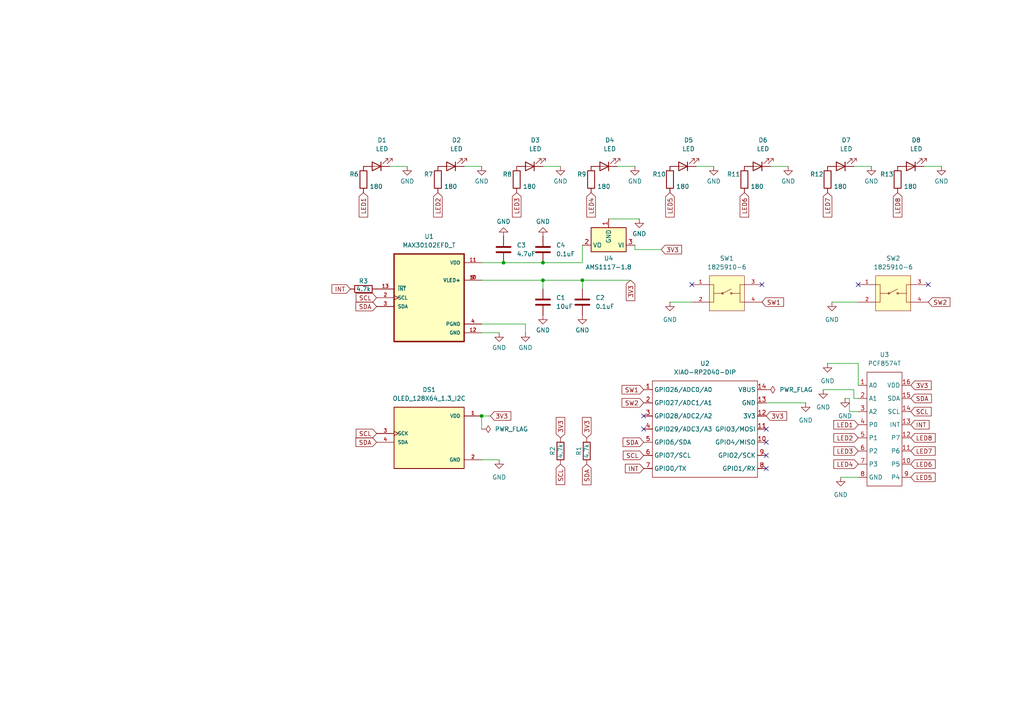
<source format=kicad_sch>
(kicad_sch (version 20250114) (generator "eeschema") (generator_version "9.0")
  (paper "A4")
  (lib_symbols
    (symbol "Device:C" (pin_numbers (hide yes)) (pin_names (offset 0.254))
      (property "Reference" "C" (at 0.635 2.54 0))
      (property "Value" "C" (at 0.635 -2.54 0))
      (symbol "C_0_1"
        (polyline (pts (xy -2.032 0.762) (xy 2.032 0.762)) (stroke (width 0.508)))
        (polyline (pts (xy -2.032 -0.762) (xy 2.032 -0.762)) (stroke (width 0.508)))
      )
      (symbol "C_1_1"
        (pin passive line (at 0 3.81 270) (length 2.794) (name "~") (number "1"))
        (pin passive line (at 0 -3.81 90) (length 2.794) (name "~") (number "2"))
      )
    )
    (symbol "Device:LED" (pin_numbers (hide yes)) (pin_names (offset 1.016) (hide yes))
      (property "Reference" "D" (at 0 2.54 0))
      (property "Value" "LED" (at 0 -2.54 0))
      (symbol "LED_0_1"
        (polyline (pts (xy -3.048 -0.762) (xy -4.572 -2.286) (xy -3.81 -2.286) (xy -4.572 -2.286) (xy -4.572 -1.524)))
        (polyline (pts (xy -1.778 -0.762) (xy -3.302 -2.286) (xy -2.54 -2.286) (xy -3.302 -2.286) (xy -3.302 -1.524)))
        (polyline (pts (xy -1.27 0) (xy 1.27 0)))
        (polyline (pts (xy -1.27 -1.27) (xy -1.27 1.27)) (stroke (width 0.254)))
        (polyline (pts (xy 1.27 -1.27) (xy 1.27 1.27) (xy -1.27 0) (xy 1.27 -1.27)) (stroke (width 0.254)))
      )
      (symbol "LED_1_1"
        (pin passive line (at -3.81 0 0) (length 2.54) (name "K") (number "1"))
        (pin passive line (at 3.81 0 180) (length 2.54) (name "A") (number "2"))
      )
    )
    (symbol "Device:R" (pin_numbers (hide yes)) (pin_names (offset 0))
      (property "Reference" "R" (at 2.032 0 90))
      (property "Value" "R" (at 0 0 90))
      (symbol "R_0_1"
        (rectangle (start -1.016 -2.54) (end 1.016 2.54) (stroke (width 0.254)))
      )
      (symbol "R_1_1"
        (pin passive line (at 0 3.81 270) (length 1.27) (name "~") (number "1"))
        (pin passive line (at 0 -3.81 90) (length 1.27) (name "~") (number "2"))
      )
    )
    (symbol "Regulator_Linear:AMS1117-1.8"
      (property "Reference" "U" (at -3.81 3.175 0))
      (property "Value" "AMS1117-1.8" (at 0 3.175 0))
      (symbol "AMS1117-1.8_0_1"
        (rectangle (start -5.08 -5.08) (end 5.08 1.905) (stroke (width 0.254)) (fill (type background)))
      )
      (symbol "AMS1117-1.8_1_1"
        (pin power_in line (at -7.62 0 0) (length 2.54) (name "VI") (number "3"))
        (pin power_in line (at 0 -7.62 90) (length 2.54) (name "GND") (number "1"))
        (pin power_out line (at 7.62 0 180) (length 2.54) (name "VO") (number "2"))
      )
    )
    (symbol "Seeed_Studio_XIAO_Series:XIAO-RP2040-DIP"
      (property "Reference" "U" (at 0 0 0))
      (property "Value" "XIAO-RP2040-DIP" (at 5.334 -1.778 0))
      (symbol "XIAO-RP2040-DIP_1_0"
        (polyline (pts (xy -1.27 -2.54) (xy 29.21 -2.54)) (stroke (width 0.1524)))
        (polyline (pts (xy -1.27 -5.08) (xy -2.54 -5.08)) (stroke (width 0.1524)))
        (polyline (pts (xy -1.27 -5.08) (xy -1.27 -2.54)) (stroke (width 0.1524)))
        (polyline (pts (xy -1.27 -8.89) (xy -2.54 -8.89)) (stroke (width 0.1524)))
        (polyline (pts (xy -1.27 -8.89) (xy -1.27 -5.08)) (stroke (width 0.1524)))
        (polyline (pts (xy -1.27 -12.7) (xy -2.54 -12.7)) (stroke (width 0.1524)))
        (polyline (pts (xy -1.27 -12.7) (xy -1.27 -8.89)) (stroke (width 0.1524)))
        (polyline (pts (xy -1.27 -16.51) (xy -2.54 -16.51)) (stroke (width 0.1524)))
        (polyline (pts (xy -1.27 -16.51) (xy -1.27 -12.7)) (stroke (width 0.1524)))
        (polyline (pts (xy -1.27 -20.32) (xy -2.54 -20.32)) (stroke (width 0.1524)))
        (polyline (pts (xy -1.27 -24.13) (xy -2.54 -24.13)) (stroke (width 0.1524)))
        (polyline (pts (xy -1.27 -27.94) (xy -2.54 -27.94)) (stroke (width 0.1524)))
        (polyline (pts (xy -1.27 -30.48) (xy -1.27 -16.51)) (stroke (width 0.1524)))
        (polyline (pts (xy 29.21 -2.54) (xy 29.21 -5.08)) (stroke (width 0.1524)))
        (polyline (pts (xy 29.21 -5.08) (xy 29.21 -8.89)) (stroke (width 0.1524)))
        (polyline (pts (xy 29.21 -8.89) (xy 29.21 -12.7)) (stroke (width 0.1524)))
        (polyline (pts (xy 29.21 -12.7) (xy 29.21 -30.48)) (stroke (width 0.1524)))
        (polyline (pts (xy 29.21 -30.48) (xy -1.27 -30.48)) (stroke (width 0.1524)))
        (polyline (pts (xy 30.48 -5.08) (xy 29.21 -5.08)) (stroke (width 0.1524)))
        (polyline (pts (xy 30.48 -8.89) (xy 29.21 -8.89)) (stroke (width 0.1524)))
        (polyline (pts (xy 30.48 -12.7) (xy 29.21 -12.7)) (stroke (width 0.1524)))
        (polyline (pts (xy 30.48 -16.51) (xy 29.21 -16.51)) (stroke (width 0.1524)))
        (polyline (pts (xy 30.48 -20.32) (xy 29.21 -20.32)) (stroke (width 0.1524)))
        (polyline (pts (xy 30.48 -24.13) (xy 29.21 -24.13)) (stroke (width 0.1524)))
        (polyline (pts (xy 30.48 -27.94) (xy 29.21 -27.94)) (stroke (width 0.1524)))
        (pin passive line (at -3.81 -5.08 0) (length 2.54) (name "GPIO26/ADC0/A0") (number "1"))
        (pin passive line (at -3.81 -8.89 0) (length 2.54) (name "GPIO27/ADC1/A1") (number "2"))
        (pin passive line (at -3.81 -12.7 0) (length 2.54) (name "GPIO28/ADC2/A2") (number "3"))
        (pin passive line (at -3.81 -16.51 0) (length 2.54) (name "GPIO29/ADC3/A3") (number "4"))
        (pin passive line (at -3.81 -20.32 0) (length 2.54) (name "GPIO6/SDA") (number "5"))
        (pin passive line (at -3.81 -24.13 0) (length 2.54) (name "GPIO7/SCL") (number "6"))
        (pin passive line (at -3.81 -27.94 0) (length 2.54) (name "GPIO0/TX") (number "7"))
        (pin passive line (at 31.75 -5.08 180) (length 2.54) (name "VBUS") (number "14"))
        (pin passive line (at 31.75 -8.89 180) (length 2.54) (name "GND") (number "13"))
        (pin passive line (at 31.75 -12.7 180) (length 2.54) (name "3V3") (number "12"))
        (pin passive line (at 31.75 -16.51 180) (length 2.54) (name "GPIO3/MOSI") (number "11"))
        (pin passive line (at 31.75 -20.32 180) (length 2.54) (name "GPIO4/MISO") (number "10"))
        (pin passive line (at 31.75 -24.13 180) (length 2.54) (name "GPIO2/SCK") (number "9"))
        (pin passive line (at 31.75 -27.94 180) (length 2.54) (name "GPIO1/RX") (number "8"))
      )
    )
    (symbol "button:1825910-6" (pin_names (offset 1.016))
      (property "Reference" "SW" (at -5.0897 5.8532 0))
      (property "Value" "1825910-6" (at -5.0883 -7.6325 0))
      (symbol "1825910-6_0_0"
        (polyline (pts (xy -5.08 2.54) (xy -3.81 2.54)) (stroke (width 0.127)))
        (rectangle (start -5.08 -5.08) (end 5.08 5.08) (stroke (width 0.127)) (fill (type background)))
        (polyline (pts (xy -3.81 2.54) (xy -3.81 0)) (stroke (width 0.127)))
        (polyline (pts (xy -3.81 0) (xy -3.81 -2.54)) (stroke (width 0.127)))
        (polyline (pts (xy -3.81 0) (xy -1.27 0)) (stroke (width 0.127)))
        (polyline (pts (xy -3.81 -2.54) (xy -5.08 -2.54)) (stroke (width 0.127)))
        (circle (center -1.27 0) (radius 0.254) (stroke (width 0.127)))
        (polyline (pts (xy -1.27 0) (xy 1.27 1.27)) (stroke (width 0.127)))
        (polyline (pts (xy 1.27 0) (xy 3.81 0)) (stroke (width 0.127)))
        (circle (center 1.27 0) (radius 0.254) (stroke (width 0.127)))
        (polyline (pts (xy 3.81 2.54) (xy 5.08 2.54)) (stroke (width 0.127)))
        (polyline (pts (xy 3.81 0) (xy 3.81 2.54)) (stroke (width 0.127)))
        (polyline (pts (xy 3.81 0) (xy 3.81 -2.54)) (stroke (width 0.127)))
        (polyline (pts (xy 3.81 -2.54) (xy 5.08 -2.54)) (stroke (width 0.127)))
        (pin passive line (at -10.16 2.54 0) (length 5.08) (name "~") (number "1"))
        (pin passive line (at -10.16 -2.54 0) (length 5.08) (name "~") (number "2"))
        (pin passive line (at 10.16 2.54 180) (length 5.08) (name "~") (number "3"))
        (pin passive line (at 10.16 -2.54 180) (length 5.08) (name "~") (number "4"))
      )
    )
    (symbol "custom symbols:PCF8574_02_PHILIPS_IO_expander_i2c"
      (property "Reference" "U" (at -1.016 1.778 0))
      (property "Value" "PCF8574T" (at -1.016 -0.508 0))
      (symbol "PCF8574_02_PHILIPS_IO_expander_i2c_0_1"
        (rectangle (start -6.35 -2.54) (end 3.81 -35.56))
      )
      (symbol "PCF8574_02_PHILIPS_IO_expander_i2c_1_1"
        (pin input line (at -8.89 -6.35 0) (length 2.54) (name "A0") (number "1"))
        (pin input line (at -8.89 -10.16 0) (length 2.54) (name "A1") (number "2"))
        (pin input line (at -8.89 -13.97 0) (length 2.54) (name "A2") (number "3"))
        (pin bidirectional line (at -8.89 -17.78 0) (length 2.54) (name "P0") (number "4"))
        (pin bidirectional line (at -8.89 -21.59 0) (length 2.54) (name "P1") (number "5"))
        (pin bidirectional line (at -8.89 -25.4 0) (length 2.54) (name "P2") (number "6"))
        (pin bidirectional line (at -8.89 -29.21 0) (length 2.54) (name "P3") (number "7"))
        (pin power_in line (at -8.89 -33.02 0) (length 2.54) (name "GND") (number "8"))
        (pin power_in line (at 6.35 -6.35 180) (length 2.54) (name "VDD") (number "16"))
        (pin bidirectional line (at 6.35 -10.16 180) (length 2.54) (name "SDA") (number "15"))
        (pin bidirectional line (at 6.35 -13.97 180) (length 2.54) (name "SCL") (number "14"))
        (pin output line (at 6.35 -17.78 180) (length 2.54) (name "INT") (number "13"))
        (pin bidirectional line (at 6.35 -21.59 180) (length 2.54) (name "P7") (number "12"))
        (pin bidirectional line (at 6.35 -25.4 180) (length 2.54) (name "P6") (number "11"))
        (pin bidirectional line (at 6.35 -29.21 180) (length 2.54) (name "P5") (number "10"))
        (pin bidirectional line (at 6.35 -33.02 180) (length 2.54) (name "P4") (number "9"))
      )
    )
    (symbol "heartsensor:MAX30102EFD_T" (pin_names (offset 1.016))
      (property "Reference" "U" (at -10.16 13.7 0))
      (property "Value" "MAX30102EFD_T" (at -10.16 -16.7 0))
      (symbol "MAX30102EFD_T_0_0"
        (rectangle (start -10.16 -12.7) (end 10.16 12.7) (stroke (width 0.41)) (fill (type background)))
        (pin input line (at -15.24 2.54 0) (length 5.08) (name "~{INT}") (number "13"))
        (pin input clock (at -15.24 0 0) (length 5.08) (name "SCL") (number "2"))
        (pin bidirectional line (at -15.24 -2.54 0) (length 5.08) (name "SDA") (number "3"))
        (pin power_in line (at 15.24 10.16 180) (length 5.08) (name "VDD") (number "11"))
        (pin power_in line (at 15.24 5.08 180) (length 5.08) (name "VLED+") (number "10"))
        (pin power_in line (at 15.24 5.08 180) (length 5.08) (name "VLED+") (number "9"))
        (pin power_in line (at 15.24 -7.62 180) (length 5.08) (name "PGND") (number "4"))
        (pin power_in line (at 15.24 -10.16 180) (length 5.08) (name "GND") (number "12"))
      )
    )
    (symbol "oled:OLED_128X64_1.3_I2C" (pin_names (offset 1.016))
      (property "Reference" "DS" (at -10.16 10.922 0))
      (property "Value" "OLED_128X64_1.3_I2C" (at -10.16 -10.16 0))
      (symbol "OLED_128X64_1.3_I2C_0_0"
        (rectangle (start -10.16 -7.62) (end 10.16 10.16) (stroke (width 0.254)) (fill (type background)))
        (pin input clock (at -15.24 2.54 0) (length 5.08) (name "SCK") (number "3"))
        (pin bidirectional line (at -15.24 0 0) (length 5.08) (name "SDA") (number "4"))
        (pin power_in line (at 15.24 7.62 180) (length 5.08) (name "VDD") (number "1"))
        (pin power_in line (at 15.24 -5.08 180) (length 5.08) (name "GND") (number "2"))
      )
    )
    (symbol "power:GND" (power) (pin_numbers (hide yes)) (pin_names (offset 0) (hide yes))
      (property "Value" "GND" (at 0 -3.81 0))
      (symbol "GND_0_1"
        (polyline (pts (xy 0 0) (xy 0 -1.27) (xy 1.27 -1.27) (xy 0 -2.54) (xy -1.27 -1.27) (xy 0 -1.27)))
      )
      (symbol "GND_1_1"
        (pin power_in line (at 0 0 270) (length 0) (name "~") (number "1"))
      )
    )
    (symbol "power:PWR_FLAG" (power) (pin_numbers (hide yes)) (pin_names (offset 0) (hide yes))
      (property "Value" "PWR_FLAG" (at 0 3.81 0))
      (symbol "PWR_FLAG_0_0"
        (pin power_out line (at 0 0 90) (length 0) (name "~") (number "1"))
      )
      (symbol "PWR_FLAG_0_1"
        (polyline (pts (xy 0 0) (xy 0 1.27) (xy -1.016 1.905) (xy 0 2.54) (xy 1.016 1.905) (xy 0 1.27)))
      )
    )
  )
  (junction (at 168.91 81.28))
  (junction (at 157.48 76.2))
  (junction (at 157.48 81.28))
  (junction (at 146.05 76.2))
  (junction (at 139.7 120.65))
  (no_connect (at 222.25 128.27))
  (no_connect (at 186.69 120.65))
  (no_connect (at 222.25 132.08))
  (no_connect (at 222.25 124.46))
  (no_connect (at 222.25 135.89))
  (no_connect (at 269.24 82.55))
  (no_connect (at 220.98 82.55))
  (no_connect (at 186.69 124.46))
  (no_connect (at 248.92 82.55))
  (no_connect (at 200.66 82.55))
  (wire (pts (xy 152.4 93.98) (xy 152.4 96.52)))
  (wire (pts (xy 113.03 48.26) (xy 118.11 48.26)))
  (wire (pts (xy 246.38 115.57) (xy 245.11 115.57)))
  (wire (pts (xy 142.24 120.65) (xy 139.7 120.65)))
  (wire (pts (xy 248.92 105.41) (xy 240.03 105.41)))
  (wire (pts (xy 248.92 119.38) (xy 246.38 119.38)))
  (wire (pts (xy 241.3 87.63) (xy 248.92 87.63)))
  (wire (pts (xy 246.38 119.38) (xy 246.38 115.57)))
  (wire (pts (xy 248.92 111.76) (xy 248.92 105.41)))
  (wire (pts (xy 194.31 87.63) (xy 200.66 87.63)))
  (wire (pts (xy 223.52 48.26) (xy 228.6 48.26)))
  (wire (pts (xy 247.65 113.03) (xy 238.76 113.03)))
  (wire (pts (xy 168.91 71.12) (xy 168.91 76.2)))
  (wire (pts (xy 139.7 120.65) (xy 139.7 124.46)))
  (wire (pts (xy 247.65 48.26) (xy 252.73 48.26)))
  (wire (pts (xy 139.7 96.52) (xy 144.78 96.52)))
  (wire (pts (xy 168.91 76.2) (xy 157.48 76.2)))
  (wire (pts (xy 179.07 48.26) (xy 184.15 48.26)))
  (wire (pts (xy 267.97 48.26) (xy 273.05 48.26)))
  (wire (pts (xy 139.7 76.2) (xy 146.05 76.2)))
  (wire (pts (xy 184.15 72.39) (xy 184.15 71.12)))
  (wire (pts (xy 134.62 48.26) (xy 139.7 48.26)))
  (wire (pts (xy 168.91 81.28) (xy 182.88 81.28)))
  (wire (pts (xy 157.48 48.26) (xy 162.56 48.26)))
  (wire (pts (xy 201.93 48.26) (xy 207.01 48.26)))
  (wire (pts (xy 168.91 81.28) (xy 168.91 83.82)))
  (wire (pts (xy 146.05 76.2) (xy 157.48 76.2)))
  (wire (pts (xy 247.65 115.57) (xy 247.65 113.03)))
  (wire (pts (xy 243.84 138.43) (xy 248.92 138.43)))
  (wire (pts (xy 157.48 81.28) (xy 168.91 81.28)))
  (wire (pts (xy 139.7 93.98) (xy 152.4 93.98)))
  (wire (pts (xy 176.53 63.5) (xy 185.42 63.5)))
  (wire (pts (xy 157.48 83.82) (xy 157.48 81.28)))
  (wire (pts (xy 139.7 81.28) (xy 157.48 81.28)))
  (wire (pts (xy 248.92 115.57) (xy 247.65 115.57)))
  (wire (pts (xy 222.25 116.84) (xy 233.68 116.84)))
  (wire (pts (xy 139.7 133.35) (xy 144.78 133.35)))
  (wire (pts (xy 191.77 72.39) (xy 184.15 72.39)))
  (global_label "LED2" (shape input) (at 248.92 127 180) (property "Intersheetrefs" "${INTERSHEET_REFS}" (effects (hide yes))))
  (global_label "LED4" (shape input) (at 248.92 134.62 180) (property "Intersheetrefs" "${INTERSHEET_REFS}" (effects (hide yes))))
  (global_label "LED8" (shape input) (at 260.35 55.88 270) (property "Intersheetrefs" "${INTERSHEET_REFS}" (effects (hide yes))))
  (global_label "INT" (shape input) (at 186.69 135.89 180) (property "Intersheetrefs" "${INTERSHEET_REFS}" (effects (hide yes))))
  (global_label "LED5" (shape input) (at 194.31 55.88 270) (property "Intersheetrefs" "${INTERSHEET_REFS}" (effects (hide yes))))
  (global_label "SDA" (shape input) (at 170.18 134.62 270) (property "Intersheetrefs" "${INTERSHEET_REFS}" (effects (hide yes))))
  (global_label "SDA" (shape input) (at 186.69 128.27 180) (property "Intersheetrefs" "${INTERSHEET_REFS}" (effects (hide yes))))
  (global_label "3V3" (shape input) (at 264.16 111.76 0) (property "Intersheetrefs" "${INTERSHEET_REFS}" (effects (hide yes))))
  (global_label "3V3" (shape input) (at 191.77 72.39 0) (property "Intersheetrefs" "${INTERSHEET_REFS}" (effects (hide yes))))
  (global_label "INT" (shape input) (at 264.16 123.19 0) (property "Intersheetrefs" "${INTERSHEET_REFS}" (effects (hide yes))))
  (global_label "SDA" (shape input) (at 264.16 115.57 0) (property "Intersheetrefs" "${INTERSHEET_REFS}" (effects (hide yes))))
  (global_label "LED5" (shape input) (at 264.16 138.43 0) (property "Intersheetrefs" "${INTERSHEET_REFS}" (effects (hide yes))))
  (global_label "SCL" (shape input) (at 109.22 125.73 180) (property "Intersheetrefs" "${INTERSHEET_REFS}" (effects (hide yes))))
  (global_label "LED6" (shape input) (at 264.16 134.62 0) (property "Intersheetrefs" "${INTERSHEET_REFS}" (effects (hide yes))))
  (global_label "SDA" (shape input) (at 109.22 128.27 180) (property "Intersheetrefs" "${INTERSHEET_REFS}" (effects (hide yes))))
  (global_label "LED4" (shape input) (at 171.45 55.88 270) (property "Intersheetrefs" "${INTERSHEET_REFS}" (effects (hide yes))))
  (global_label "3V3" (shape input) (at 182.88 81.28 270) (property "Intersheetrefs" "${INTERSHEET_REFS}" (effects (hide yes))))
  (global_label "INT" (shape input) (at 101.6 83.82 180) (property "Intersheetrefs" "${INTERSHEET_REFS}" (effects (hide yes))))
  (global_label "LED2" (shape input) (at 127 55.88 270) (property "Intersheetrefs" "${INTERSHEET_REFS}" (effects (hide yes))))
  (global_label "LED8" (shape input) (at 264.16 127 0) (property "Intersheetrefs" "${INTERSHEET_REFS}" (effects (hide yes))))
  (global_label "SCL" (shape input) (at 109.22 86.36 180) (property "Intersheetrefs" "${INTERSHEET_REFS}" (effects (hide yes))))
  (global_label "3V3" (shape input) (at 170.18 127 90) (property "Intersheetrefs" "${INTERSHEET_REFS}" (effects (hide yes))))
  (global_label "LED7" (shape input) (at 264.16 130.81 0) (property "Intersheetrefs" "${INTERSHEET_REFS}" (effects (hide yes))))
  (global_label "LED1" (shape input) (at 248.92 123.19 180) (property "Intersheetrefs" "${INTERSHEET_REFS}" (effects (hide yes))))
  (global_label "3V3" (shape input) (at 162.56 127 90) (property "Intersheetrefs" "${INTERSHEET_REFS}" (effects (hide yes))))
  (global_label "LED3" (shape input) (at 248.92 130.81 180) (property "Intersheetrefs" "${INTERSHEET_REFS}" (effects (hide yes))))
  (global_label "SW1" (shape input) (at 220.98 87.63 0) (property "Intersheetrefs" "${INTERSHEET_REFS}" (effects (hide yes))))
  (global_label "SDA" (shape input) (at 109.22 88.9 180) (property "Intersheetrefs" "${INTERSHEET_REFS}" (effects (hide yes))))
  (global_label "SCL" (shape input) (at 264.16 119.38 0) (property "Intersheetrefs" "${INTERSHEET_REFS}" (effects (hide yes))))
  (global_label "LED6" (shape input) (at 215.9 55.88 270) (property "Intersheetrefs" "${INTERSHEET_REFS}" (effects (hide yes))))
  (global_label "LED7" (shape input) (at 240.03 55.88 270) (property "Intersheetrefs" "${INTERSHEET_REFS}" (effects (hide yes))))
  (global_label "LED1" (shape input) (at 105.41 55.88 270) (property "Intersheetrefs" "${INTERSHEET_REFS}" (effects (hide yes))))
  (global_label "3V3" (shape input) (at 142.24 120.65 0) (property "Intersheetrefs" "${INTERSHEET_REFS}" (effects (hide yes))))
  (global_label "SCL" (shape input) (at 162.56 134.62 270) (property "Intersheetrefs" "${INTERSHEET_REFS}" (effects (hide yes))))
  (global_label "SW1" (shape input) (at 186.69 113.03 180) (property "Intersheetrefs" "${INTERSHEET_REFS}" (effects (hide yes))))
  (global_label "SW2" (shape input) (at 269.24 87.63 0) (property "Intersheetrefs" "${INTERSHEET_REFS}" (effects (hide yes))))
  (global_label "SW2" (shape input) (at 186.69 116.84 180) (property "Intersheetrefs" "${INTERSHEET_REFS}" (effects (hide yes))))
  (global_label "3V3" (shape input) (at 222.25 120.65 0) (property "Intersheetrefs" "${INTERSHEET_REFS}" (effects (hide yes))))
  (global_label "SCL" (shape input) (at 186.69 132.08 180) (property "Intersheetrefs" "${INTERSHEET_REFS}" (effects (hide yes))))
  (global_label "LED3" (shape input) (at 149.86 55.88 270) (property "Intersheetrefs" "${INTERSHEET_REFS}" (effects (hide yes))))
  (symbol (lib_id "power:PWR_FLAG") (at 139.7 124.46 270) (unit 1)
    (property "Reference" "#FLG02" (effects (hide yes)))
    (property "Value" "PWR_FLAG" (at 143.51 124.4599 90) (effects (justify left)))
    (property "Description" "Special symbol for telling ERC where power comes from" (effects (hide yes)))
  )
  (symbol (lib_id "power:GND") (at 233.68 116.84 0) (unit 1)
    (property "Reference" "#PWR03" (effects (hide yes)))
    (property "Value" "GND" (at 233.68 121.92 0))
    (property "Description" "Power symbol creates a global label with name \"GND\" , ground" (effects (hide yes)))
  )
  (symbol (lib_id "custom symbols:PCF8574_02_PHILIPS_IO_expander_i2c") (at 257.81 105.41 0) (unit 1)
    (property "Reference" "U3" (at 256.54 102.87 0))
    (property "Value" "PCF8574T" (at 256.54 105.41 0))
    (property "Footprint" "Package_SO:SOIC-16W_7.5x10.3mm_P1.27mm" (effects (hide yes)))
    (property "Datasheet" "kicad-embed://PCF8574 datasheet.PDF" (effects (hide yes)))
  )
  (symbol (lib_id "Device:LED") (at 130.81 48.26 180) (unit 1)
    (property "Reference" "D2" (at 132.3975 40.64 0))
    (property "Value" "LED" (at 132.3975 43.18 0))
    (property "Footprint" "LED_THT:LED_D3.0mm_Clear" (effects (hide yes)))
    (property "Description" "Light emitting diode" (effects (hide yes)))
    (property "Sim.Pins" "1=K 2=A" (effects (hide yes)))
  )
  (symbol (lib_id "heartsensor:MAX30102EFD_T") (at 124.46 86.36 0) (unit 1)
    (property "Reference" "U1" (at 124.46 68.58 0))
    (property "Value" "MAX30102EFD_T" (at 124.46 71.12 0))
    (property "Footprint" "heartsensor:XDCR_MAX30101EFD_" (effects (hide yes)))
    (property "MF" "Analog Devices" (effects (hide yes)))
    (property "DESCRIPTION" "Max30102efd+t" (effects (hide yes)))
    (property "PACKAGE" "OLGA-14 Maxim" (effects (hide yes)))
    (property "PRICE" "None" (effects (hide yes)))
    (property "Package" "OLGA-14 Maxim" (effects (hide yes)))
    (property "Check_prices" "https://www.snapeda.com/parts/MAX30102EFD+T/Analog+Devices/view-part/?ref=eda" (effects (hide yes)))
    (property "Price" "None" (effects (hide yes)))
    (property "SnapEDA_Link" "https://www.snapeda.com/parts/MAX30102EFD+T/Analog+Devices/view-part/?ref=snap" (effects (hide yes)))
    (property "MP" "MAX30102EFD+T" (effects (hide yes)))
    (property "Availability" "In Stock" (effects (hide yes)))
    (property "AVAILABILITY" "Unavailable" (effects (hide yes)))
    (property "Description_1" "High-Sensitivity Pulse Oximeter and Heart-Rate Sensor for Wearable Health" (effects (hide yes)))
  )
  (symbol (lib_id "Device:R") (at 170.18 130.81 180) (unit 1)
    (property "Reference" "R1" (at 167.894 130.81 90))
    (property "Value" "4.7k" (at 170.18 130.81 90))
    (property "Footprint" "Resistor_THT:R_Axial_DIN0204_L3.6mm_D1.6mm_P5.08mm_Horizontal" (effects (hide yes)))
    (property "Description" "Resistor" (effects (hide yes)))
  )
  (symbol (lib_id "oled:OLED_128X64_1.3_I2C") (at 124.46 128.27 0) (unit 1)
    (property "Reference" "DS1" (at 124.46 113.03 0))
    (property "Value" "OLED_128X64_1.3_I2C" (at 124.46 115.57 0))
    (property "Footprint" "heartsensor:LCD_OLED_128X64_1.3_I2C" (effects (hide yes)))
    (property "MF" "UNIVERSAL-SOLDER Electronics Ltd" (effects (hide yes)))
    (property "Description_1" "Non-Touch Graphic LCD Display Module Transmissive White OLED, Monochrome I2C 1.3 (33.02mm) 128 x 64" (effects (hide yes)))
    (property "Package" "None" (effects (hide yes)))
    (property "Price" "None" (effects (hide yes)))
    (property "Check_prices" "https://www.snapeda.com/parts/OLED%20128x64%201.3%22%20I2C/UNIVERSAL-SOLDER+Electronics+Ltd/view-part/?ref=eda" (effects (hide yes)))
    (property "STANDARD" "Manufacturer Recommendations" (effects (hide yes)))
    (property "PARTREV" "NA" (effects (hide yes)))
    (property "SnapEDA_Link" "https://www.snapeda.com/parts/OLED%20128x64%201.3%22%20I2C/UNIVERSAL-SOLDER+Electronics+Ltd/view-part/?ref=snap" (effects (hide yes)))
    (property "MP" "OLED 128x64 1.3&quot; I2C" (effects (hide yes)))
    (property "Availability" "Not in stock" (effects (hide yes)))
    (property "MANUFACTURER" "UNIVERSAL-SOLDER Electronics Ltd" (effects (hide yes)))
  )
  (symbol (lib_id "power:GND") (at 194.31 87.63 0) (unit 1)
    (property "Reference" "#PWR018" (effects (hide yes)))
    (property "Value" "GND" (at 194.31 92.71 0))
    (property "Description" "Power symbol creates a global label with name \"GND\" , ground" (effects (hide yes)))
  )
  (symbol (lib_id "power:GND") (at 139.7 48.26 0) (unit 1)
    (property "Reference" "#PWR011" (effects (hide yes)))
    (property "Value" "GND" (at 139.7 52.578 0))
    (property "Description" "Power symbol creates a global label with name \"GND\" , ground" (effects (hide yes)))
  )
  (symbol (lib_id "Device:LED") (at 153.67 48.26 180) (unit 1)
    (property "Reference" "D3" (at 155.2575 40.64 0))
    (property "Value" "LED" (at 155.2575 43.18 0))
    (property "Footprint" "LED_THT:LED_D3.0mm_Clear" (effects (hide yes)))
    (property "Description" "Light emitting diode" (effects (hide yes)))
    (property "Sim.Pins" "1=K 2=A" (effects (hide yes)))
  )
  (symbol (lib_id "button:1825910-6") (at 210.82 85.09 0) (unit 1)
    (property "Reference" "SW1" (at 210.82 74.93 0))
    (property "Value" "1825910-6" (at 210.82 77.47 0))
    (property "Footprint" "heartsensor:SW_1825910-6-4" (effects (hide yes)))
    (property "Comment" "1825910-6" (effects (hide yes)))
    (property "MF" "TE Connectivity" (effects (hide yes)))
    (property "Description_1" "Switch Push Button OFF (ON) SPST Round Button 0.05A 24VDC Momentary Contact PC Pins Thru-Hole" (effects (hide yes)))
    (property "Package" "None" (effects (hide yes)))
    (property "Price" "None" (effects (hide yes)))
    (property "Check_prices" "https://www.snapeda.com/parts/1825910-6/TE+Connectivity+ALCOSWITCH+Switches/view-part/?ref=eda" (effects (hide yes)))
    (property "STANDARD" "Manufacturer Recommendations" (effects (hide yes)))
    (property "PARTREV" "C10" (effects (hide yes)))
    (property "SnapEDA_Link" "https://www.snapeda.com/parts/1825910-6/TE+Connectivity+ALCOSWITCH+Switches/view-part/?ref=snap" (effects (hide yes)))
    (property "MP" "1825910-6" (effects (hide yes)))
    (property "Availability" "In Stock" (effects (hide yes)))
    (property "MANUFACTURER" "TE CONNECTIVITY" (effects (hide yes)))
  )
  (symbol (lib_id "Seeed_Studio_XIAO_Series:XIAO-RP2040-DIP") (at 190.5 107.95 0) (unit 1)
    (property "Reference" "U2" (at 204.47 105.41 0))
    (property "Value" "XIAO-RP2040-DIP" (at 204.47 107.95 0))
    (property "Footprint" "footprints:XIAO-RP2040-DIP" (effects (hide yes)))
  )
  (symbol (lib_id "power:GND") (at 243.84 138.43 0) (unit 1)
    (property "Reference" "#PWR09" (effects (hide yes)))
    (property "Value" "GND" (at 243.84 143.51 0))
    (property "Description" "Power symbol creates a global label with name \"GND\" , ground" (effects (hide yes)))
  )
  (symbol (lib_id "power:GND") (at 157.48 68.58 180) (unit 1)
    (property "Reference" "#PWR08" (effects (hide yes)))
    (property "Value" "GND" (at 157.48 64.262 0))
    (property "Description" "Power symbol creates a global label with name \"GND\" , ground" (effects (hide yes)))
  )
  (symbol (lib_id "Device:LED") (at 109.22 48.26 180) (unit 1)
    (property "Reference" "D1" (at 110.8075 40.64 0))
    (property "Value" "LED" (at 110.8075 43.18 0))
    (property "Footprint" "LED_THT:LED_D3.0mm_Clear" (effects (hide yes)))
    (property "Description" "Light emitting diode" (effects (hide yes)))
    (property "Sim.Pins" "1=K 2=A" (effects (hide yes)))
  )
  (symbol (lib_id "Device:R") (at 149.86 52.07 0) (unit 1)
    (property "Reference" "R8" (at 145.796 50.546 0) (effects (justify left)))
    (property "Value" "180" (at 151.638 54.102 0) (effects (justify left)))
    (property "Footprint" "Resistor_THT:R_Axial_DIN0204_L3.6mm_D1.6mm_P5.08mm_Horizontal" (effects (hide yes)))
    (property "Description" "Resistor" (effects (hide yes)))
  )
  (symbol (lib_id "Device:R") (at 105.41 83.82 90) (unit 1)
    (property "Reference" "R3" (at 105.41 81.534 90))
    (property "Value" "4.7k" (at 105.41 83.82 90))
    (property "Footprint" "Resistor_THT:R_Axial_DIN0204_L3.6mm_D1.6mm_P5.08mm_Horizontal" (effects (hide yes)))
    (property "Description" "Resistor" (effects (hide yes)))
  )
  (symbol (lib_id "Regulator_Linear:AMS1117-1.8") (at 176.53 71.12 180) (unit 1)
    (property "Reference" "U4" (at 176.53 74.93 0))
    (property "Value" "AMS1117-1.8" (at 176.53 77.47 0))
    (property "Footprint" "Package_TO_SOT_SMD:SOT-223-3_TabPin2" (effects (hide yes)))
    (property "Datasheet" "http://www.advanced-monolithic.com/pdf/ds1117.pdf" (effects (hide yes)))
    (property "Description" "1A Low Dropout regulator, positive, 1.8V fixed output, SOT-223" (effects (hide yes)))
  )
  (symbol (lib_id "power:GND") (at 228.6 48.26 0) (unit 1)
    (property "Reference" "#PWR015" (effects (hide yes)))
    (property "Value" "GND" (at 228.6 52.578 0))
    (property "Description" "Power symbol creates a global label with name \"GND\" , ground" (effects (hide yes)))
  )
  (symbol (lib_id "Device:R") (at 162.56 130.81 180) (unit 1)
    (property "Reference" "R2" (at 160.274 130.81 90))
    (property "Value" "4.7k" (at 162.56 130.81 90))
    (property "Footprint" "Resistor_THT:R_Axial_DIN0204_L3.6mm_D1.6mm_P5.08mm_Horizontal" (effects (hide yes)))
    (property "Description" "Resistor" (effects (hide yes)))
  )
  (symbol (lib_id "power:GND") (at 241.3 87.63 0) (unit 1)
    (property "Reference" "#PWR019" (effects (hide yes)))
    (property "Value" "GND" (at 241.3 92.71 0))
    (property "Description" "Power symbol creates a global label with name \"GND\" , ground" (effects (hide yes)))
  )
  (symbol (lib_id "Device:LED") (at 243.84 48.26 180) (unit 1)
    (property "Reference" "D7" (at 245.4275 40.64 0))
    (property "Value" "LED" (at 245.4275 43.18 0))
    (property "Footprint" "LED_THT:LED_D3.0mm_Clear" (effects (hide yes)))
    (property "Description" "Light emitting diode" (effects (hide yes)))
    (property "Sim.Pins" "1=K 2=A" (effects (hide yes)))
  )
  (symbol (lib_id "power:GND") (at 252.73 48.26 0) (unit 1)
    (property "Reference" "#PWR016" (effects (hide yes)))
    (property "Value" "GND" (at 252.73 52.578 0))
    (property "Description" "Power symbol creates a global label with name \"GND\" , ground" (effects (hide yes)))
  )
  (symbol (lib_id "power:GND") (at 146.05 68.58 180) (unit 1)
    (property "Reference" "#PWR07" (effects (hide yes)))
    (property "Value" "GND" (at 146.05 64.262 0))
    (property "Description" "Power symbol creates a global label with name \"GND\" , ground" (effects (hide yes)))
  )
  (symbol (lib_id "Device:R") (at 215.9 52.07 0) (unit 1)
    (property "Reference" "R11" (at 210.82 50.546 0) (effects (justify left)))
    (property "Value" "180" (at 217.678 54.102 0) (effects (justify left)))
    (property "Footprint" "Resistor_THT:R_Axial_DIN0204_L3.6mm_D1.6mm_P5.08mm_Horizontal" (effects (hide yes)))
    (property "Description" "Resistor" (effects (hide yes)))
  )
  (symbol (lib_id "power:GND") (at 207.01 48.26 0) (unit 1)
    (property "Reference" "#PWR014" (effects (hide yes)))
    (property "Value" "GND" (at 207.01 52.578 0))
    (property "Description" "Power symbol creates a global label with name \"GND\" , ground" (effects (hide yes)))
  )
  (symbol (lib_id "power:GND") (at 144.78 133.35 0) (unit 1)
    (property "Reference" "#PWR02" (effects (hide yes)))
    (property "Value" "GND" (at 144.78 138.43 0))
    (property "Description" "Power symbol creates a global label with name \"GND\" , ground" (effects (hide yes)))
  )
  (symbol (lib_id "power:GND") (at 245.11 115.57 0) (unit 1)
    (property "Reference" "#PWR023" (effects (hide yes)))
    (property "Value" "GND" (at 245.11 120.65 0))
    (property "Description" "Power symbol creates a global label with name \"GND\" , ground" (effects (hide yes)))
  )
  (symbol (lib_id "power:GND") (at 273.05 48.26 0) (unit 1)
    (property "Reference" "#PWR017" (effects (hide yes)))
    (property "Value" "GND" (at 273.05 52.578 0))
    (property "Description" "Power symbol creates a global label with name \"GND\" , ground" (effects (hide yes)))
  )
  (symbol (lib_id "Device:C") (at 157.48 72.39 180) (unit 1)
    (property "Reference" "C4" (at 161.29 71.1199 0) (effects (justify right)))
    (property "Value" "0.1uF" (at 161.29 73.6599 0) (effects (justify right)))
    (property "Footprint" "heartsensor:CAPC2012X94N" (effects (hide yes)))
    (property "Description" "Unpolarized capacitor" (effects (hide yes)))
  )
  (symbol (lib_id "Device:R") (at 194.31 52.07 0) (unit 1)
    (property "Reference" "R10" (at 189.23 50.546 0) (effects (justify left)))
    (property "Value" "180" (at 196.088 54.102 0) (effects (justify left)))
    (property "Footprint" "Resistor_THT:R_Axial_DIN0204_L3.6mm_D1.6mm_P5.08mm_Horizontal" (effects (hide yes)))
    (property "Description" "Resistor" (effects (hide yes)))
  )
  (symbol (lib_id "Device:R") (at 260.35 52.07 0) (unit 1)
    (property "Reference" "R13" (at 255.27 50.546 0) (effects (justify left)))
    (property "Value" "180" (at 262.128 54.102 0) (effects (justify left)))
    (property "Footprint" "Resistor_THT:R_Axial_DIN0204_L3.6mm_D1.6mm_P5.08mm_Horizontal" (effects (hide yes)))
    (property "Description" "Resistor" (effects (hide yes)))
  )
  (symbol (lib_id "Device:R") (at 171.45 52.07 0) (unit 1)
    (property "Reference" "R9" (at 167.386 50.546 0) (effects (justify left)))
    (property "Value" "180" (at 173.228 54.102 0) (effects (justify left)))
    (property "Footprint" "Resistor_THT:R_Axial_DIN0204_L3.6mm_D1.6mm_P5.08mm_Horizontal" (effects (hide yes)))
    (property "Description" "Resistor" (effects (hide yes)))
  )
  (symbol (lib_id "Device:C") (at 146.05 72.39 180) (unit 1)
    (property "Reference" "C3" (at 149.86 71.1199 0) (effects (justify right)))
    (property "Value" "4.7uF" (at 149.86 73.6599 0) (effects (justify right)))
    (property "Footprint" "heartsensor:CAPC2012X94N" (effects (hide yes)))
    (property "Description" "Unpolarized capacitor" (effects (hide yes)))
  )
  (symbol (lib_id "Device:LED") (at 264.16 48.26 180) (unit 1)
    (property "Reference" "D8" (at 265.7475 40.64 0))
    (property "Value" "LED" (at 265.7475 43.18 0))
    (property "Footprint" "LED_THT:LED_D3.0mm_Clear" (effects (hide yes)))
    (property "Description" "Light emitting diode" (effects (hide yes)))
    (property "Sim.Pins" "1=K 2=A" (effects (hide yes)))
  )
  (symbol (lib_id "power:GND") (at 157.48 91.44 0) (unit 1)
    (property "Reference" "#PWR05" (effects (hide yes)))
    (property "Value" "GND" (at 157.48 95.758 0))
    (property "Description" "Power symbol creates a global label with name \"GND\" , ground" (effects (hide yes)))
  )
  (symbol (lib_id "button:1825910-6") (at 259.08 85.09 0) (unit 1)
    (property "Reference" "SW2" (at 259.08 74.93 0))
    (property "Value" "1825910-6" (at 259.08 77.47 0))
    (property "Footprint" "heartsensor:SW_1825910-6-4" (effects (hide yes)))
    (property "Comment" "1825910-6" (effects (hide yes)))
    (property "MF" "TE Connectivity" (effects (hide yes)))
    (property "Description_1" "Switch Push Button OFF (ON) SPST Round Button 0.05A 24VDC Momentary Contact PC Pins Thru-Hole" (effects (hide yes)))
    (property "Package" "None" (effects (hide yes)))
    (property "Price" "None" (effects (hide yes)))
    (property "Check_prices" "https://www.snapeda.com/parts/1825910-6/TE+Connectivity+ALCOSWITCH+Switches/view-part/?ref=eda" (effects (hide yes)))
    (property "STANDARD" "Manufacturer Recommendations" (effects (hide yes)))
    (property "PARTREV" "C10" (effects (hide yes)))
    (property "SnapEDA_Link" "https://www.snapeda.com/parts/1825910-6/TE+Connectivity+ALCOSWITCH+Switches/view-part/?ref=snap" (effects (hide yes)))
    (property "MP" "1825910-6" (effects (hide yes)))
    (property "Availability" "In Stock" (effects (hide yes)))
    (property "MANUFACTURER" "TE CONNECTIVITY" (effects (hide yes)))
  )
  (symbol (lib_id "power:PWR_FLAG") (at 222.25 113.03 270) (unit 1)
    (property "Reference" "#FLG01" (effects (hide yes)))
    (property "Value" "PWR_FLAG" (at 226.06 113.0299 90) (effects (justify left)))
    (property "Description" "Special symbol for telling ERC where power comes from" (effects (hide yes)))
  )
  (symbol (lib_id "power:GND") (at 168.91 91.44 0) (unit 1)
    (property "Reference" "#PWR06" (effects (hide yes)))
    (property "Value" "GND" (at 168.91 95.758 0))
    (property "Description" "Power symbol creates a global label with name \"GND\" , ground" (effects (hide yes)))
  )
  (symbol (lib_id "Device:LED") (at 175.26 48.26 180) (unit 1)
    (property "Reference" "D4" (at 176.8475 40.64 0))
    (property "Value" "LED" (at 176.8475 43.18 0))
    (property "Footprint" "LED_THT:LED_D3.0mm_Clear" (effects (hide yes)))
    (property "Description" "Light emitting diode" (effects (hide yes)))
    (property "Sim.Pins" "1=K 2=A" (effects (hide yes)))
  )
  (symbol (lib_id "Device:C") (at 168.91 87.63 180) (unit 1)
    (property "Reference" "C2" (at 172.72 86.3599 0) (effects (justify right)))
    (property "Value" "0.1uF" (at 172.72 88.8999 0) (effects (justify right)))
    (property "Footprint" "heartsensor:CAPC2012X94N" (effects (hide yes)))
    (property "Description" "Unpolarized capacitor" (effects (hide yes)))
  )
  (symbol (lib_id "power:GND") (at 184.15 48.26 0) (unit 1)
    (property "Reference" "#PWR013" (effects (hide yes)))
    (property "Value" "GND" (at 184.15 52.578 0))
    (property "Description" "Power symbol creates a global label with name \"GND\" , ground" (effects (hide yes)))
  )
  (symbol (lib_id "Device:R") (at 240.03 52.07 0) (unit 1)
    (property "Reference" "R12" (at 234.95 50.546 0) (effects (justify left)))
    (property "Value" "180" (at 241.808 54.102 0) (effects (justify left)))
    (property "Footprint" "Resistor_THT:R_Axial_DIN0204_L3.6mm_D1.6mm_P5.08mm_Horizontal" (effects (hide yes)))
    (property "Description" "Resistor" (effects (hide yes)))
  )
  (symbol (lib_id "Device:LED") (at 198.12 48.26 180) (unit 1)
    (property "Reference" "D5" (at 199.7075 40.64 0))
    (property "Value" "LED" (at 199.7075 43.18 0))
    (property "Footprint" "LED_THT:LED_D3.0mm_Clear" (effects (hide yes)))
    (property "Description" "Light emitting diode" (effects (hide yes)))
    (property "Sim.Pins" "1=K 2=A" (effects (hide yes)))
  )
  (symbol (lib_id "power:GND") (at 240.03 105.41 0) (unit 1)
    (property "Reference" "#PWR021" (effects (hide yes)))
    (property "Value" "GND" (at 240.03 110.49 0))
    (property "Description" "Power symbol creates a global label with name \"GND\" , ground" (effects (hide yes)))
  )
  (symbol (lib_id "power:GND") (at 238.76 113.03 0) (unit 1)
    (property "Reference" "#PWR022" (effects (hide yes)))
    (property "Value" "GND" (at 238.76 118.11 0))
    (property "Description" "Power symbol creates a global label with name \"GND\" , ground" (effects (hide yes)))
  )
  (symbol (lib_id "power:GND") (at 162.56 48.26 0) (unit 1)
    (property "Reference" "#PWR012" (effects (hide yes)))
    (property "Value" "GND" (at 162.56 52.578 0))
    (property "Description" "Power symbol creates a global label with name \"GND\" , ground" (effects (hide yes)))
  )
  (symbol (lib_id "power:GND") (at 185.42 63.5 0) (unit 1)
    (property "Reference" "#PWR020" (effects (hide yes)))
    (property "Value" "GND" (at 185.42 67.818 0))
    (property "Description" "Power symbol creates a global label with name \"GND\" , ground" (effects (hide yes)))
  )
  (symbol (lib_id "Device:LED") (at 219.71 48.26 180) (unit 1)
    (property "Reference" "D6" (at 221.2975 40.64 0))
    (property "Value" "LED" (at 221.2975 43.18 0))
    (property "Footprint" "LED_THT:LED_D3.0mm_Clear" (effects (hide yes)))
    (property "Description" "Light emitting diode" (effects (hide yes)))
    (property "Sim.Pins" "1=K 2=A" (effects (hide yes)))
  )
  (symbol (lib_id "Device:R") (at 127 52.07 0) (unit 1)
    (property "Reference" "R7" (at 122.936 50.546 0) (effects (justify left)))
    (property "Value" "180" (at 128.778 54.102 0) (effects (justify left)))
    (property "Footprint" "Resistor_THT:R_Axial_DIN0204_L3.6mm_D1.6mm_P5.08mm_Horizontal" (effects (hide yes)))
    (property "Description" "Resistor" (effects (hide yes)))
  )
  (symbol (lib_id "power:GND") (at 144.78 96.52 0) (unit 1)
    (property "Reference" "#PWR01" (effects (hide yes)))
    (property "Value" "GND" (at 144.78 100.838 0))
    (property "Description" "Power symbol creates a global label with name \"GND\" , ground" (effects (hide yes)))
  )
  (symbol (lib_id "power:GND") (at 152.4 96.52 0) (unit 1)
    (property "Reference" "#PWR04" (effects (hide yes)))
    (property "Value" "GND" (at 152.4 100.838 0))
    (property "Description" "Power symbol creates a global label with name \"GND\" , ground" (effects (hide yes)))
  )
  (symbol (lib_id "power:GND") (at 118.11 48.26 0) (unit 1)
    (property "Reference" "#PWR010" (effects (hide yes)))
    (property "Value" "GND" (at 118.11 52.578 0))
    (property "Description" "Power symbol creates a global label with name \"GND\" , ground" (effects (hide yes)))
  )
  (symbol (lib_id "Device:R") (at 105.41 52.07 0) (unit 1)
    (property "Reference" "R6" (at 101.346 50.546 0) (effects (justify left)))
    (property "Value" "180" (at 107.188 54.102 0) (effects (justify left)))
    (property "Footprint" "Resistor_THT:R_Axial_DIN0204_L3.6mm_D1.6mm_P5.08mm_Horizontal" (effects (hide yes)))
    (property "Description" "Resistor" (effects (hide yes)))
  )
  (symbol (lib_id "Device:C") (at 157.48 87.63 180) (unit 1)
    (property "Reference" "C1" (at 161.29 86.3599 0) (effects (justify right)))
    (property "Value" "10uF" (at 161.29 88.8999 0) (effects (justify right)))
    (property "Footprint" "heartsensor:CAPC2012X94N" (effects (hide yes)))
    (property "Description" "Unpolarized capacitor" (effects (hide yes)))
  )
)
</source>
